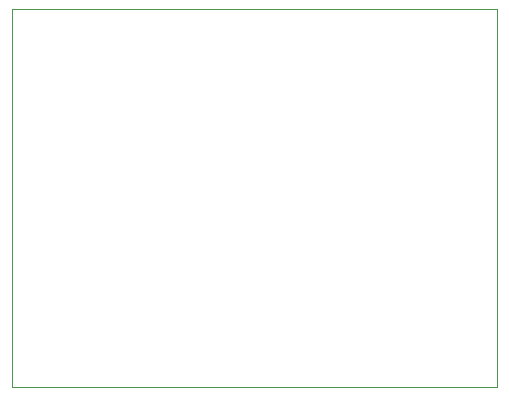
<source format=gm1>
G04 #@! TF.GenerationSoftware,KiCad,Pcbnew,5.1.10*
G04 #@! TF.CreationDate,2021-12-26T14:37:38-06:00*
G04 #@! TF.ProjectId,notawatch,6e6f7461-7761-4746-9368-2e6b69636164,1*
G04 #@! TF.SameCoordinates,Original*
G04 #@! TF.FileFunction,Profile,NP*
%FSLAX46Y46*%
G04 Gerber Fmt 4.6, Leading zero omitted, Abs format (unit mm)*
G04 Created by KiCad (PCBNEW 5.1.10) date 2021-12-26 14:37:38*
%MOMM*%
%LPD*%
G01*
G04 APERTURE LIST*
G04 #@! TA.AperFunction,Profile*
%ADD10C,0.050000*%
G04 #@! TD*
G04 APERTURE END LIST*
D10*
X118000000Y-93000000D02*
X118000000Y-125000000D01*
X159000000Y-93000000D02*
X118000000Y-93000000D01*
X159000000Y-125000000D02*
X159000000Y-93000000D01*
X118000000Y-125000000D02*
X159000000Y-125000000D01*
M02*

</source>
